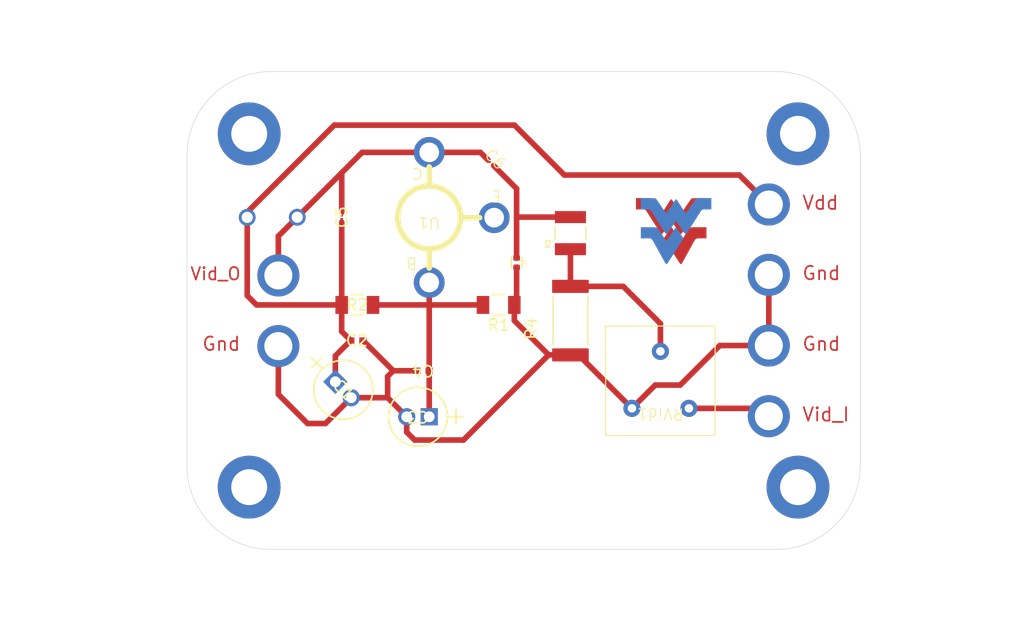
<source format=kicad_pcb>
(kicad_pcb (version 20240108) (generator "pcbnew") (generator_version "8.0")
  (layers (0 "F.Cu" signal) (31 "B.Cu" signal) (34 "B.Paste" user) (35 "F.Paste" user) (36 "B.SilkS" user "B.Silkscreen") (37 "F.SilkS" user "F.Silkscreen") (38 "B.Mask" user) (39 "F.Mask" user) (44 "Edge.Cuts" user))
  (net 0 "")
  (net 1 "Vdd")
  (net 2 "Gnd")
  (net 3 "Net-(U1-B)")
  (net 4 "Antenna_Out")
  (net 5 "Net-(U1-E)")
  (net 6 "Net-(R3-Pad1)")
  (net 7 "Video_In")
  (footprint "VideoTransmitter:10pF" (layer "F.Cu") (at 67.54 80.11 -90)
    (property "Reference" "C7" (at -0.038306 -0.758223 90) (layer "F.SilkS") (effects (font (size 0.241854 0.241854))))
    (property "Value" "10p")
    (fp_line (start -0.5 0.48) (end 0.5 0.48) (stroke (width 0.127)) (layer "F.SilkS"))
    (fp_line (start 0.5 -0.48) (end -0.5 -0.48) (stroke (width 0.127)) (layer "F.SilkS"))
    (pad "1" smd roundrect (at -0.43 0 270) (size 0.54 0.6) (layers "F.Cu" "F.Paste" "F.Mask") (roundrect_rratio 0.265) (net 5 "Net-(U1-E)"))
    (pad "2" smd roundrect (at 0.43 0 270) (size 0.54 0.6) (layers "F.Cu" "F.Paste" "F.Mask") (roundrect_rratio 0.265) (net 2 "Gnd"))
  )
  (footprint "VideoTransmitter:100µF" (layer "F.Cu") (at 59.75 93.85 180)
    (property "Reference" "C3" (at 1.0033 0 180) (layer "F.SilkS"))
    (property "Value" "100µ")
    (fp_line (start -2.3876 -0.635) (end -2.3876 0.635) (stroke (width 0.1524)) (layer "F.SilkS"))
    (fp_line (start -3.0226 0) (end -1.7526 0) (stroke (width 0.1524)) (layer "F.SilkS"))
    (fp_circle (center 1.0033 0) (end 3.6322 0) (stroke (width 0.1524)) (fill none) (layer "F.SilkS"))
    (pad "1" thru_hole rect (at 0 0 180) (size 1.524 1.524) (drill 0.9652) (layers "*.Cu" "*.Mask") (net 3 "Net-(U1-B)"))
    (pad "2" thru_hole circle (at 2.0066 0 180) (size 1.524 1.524) (drill 0.9652) (layers "*.Cu" "*.Mask") (net 2 "Gnd"))
  )
  (footprint "" (layer "F.Cu") (at 43.7 100.125 90)
    (property "Reference" "" (at 0 0 90) (layer "F.SilkS") (effects (font (size 1.27 1.27))))
    (property "Value" "")
    (pad "1" thru_hole circle (at 0 0 90) (size 5.6 5.6) (drill 3.2) (layers "*.Cu" "*.Mask"))
  )
  (footprint "VideoTransmitter:100µF" (layer "F.Cu") (at 51.38112 90.73112 -45)
    (property "Reference" "C1" (at 1.0033 0 -45) (layer "F.SilkS"))
    (property "Value" "100µ")
    (fp_line (start -3.0226 0) (end -1.7526 0) (stroke (width 0.1524)) (layer "F.SilkS"))
    (fp_line (start -2.3876 -0.635) (end -2.3876 0.635) (stroke (width 0.1524)) (layer "F.SilkS"))
    (fp_circle (center 1.0033 0) (end 3.6322 0) (stroke (width 0.1524)) (fill none) (layer "F.SilkS"))
    (pad "1" thru_hole rect (at 0 0 315) (size 1.524 1.524) (drill 0.9652) (layers "*.Cu" "*.Mask") (net 1 "Vdd"))
    (pad "2" thru_hole circle (at 2.006599 0 315) (size 1.524 1.524) (drill 0.9652) (layers "*.Cu" "*.Mask") (net 2 "Gnd"))
  )
  (footprint "PDB:Flying_WV_Logo" (layer "F.Cu") (at 81.541748 77.300757)
    (property "Reference" "G***" (hide yes))
    (property "Value" "LOGO" (hide yes))
    (fp_poly (pts (xy 2.926526 0.644274) (xy 2.512936 0.644274) (xy 2.373633 0.644548) (xy 2.267377 0.645697) (xy 2.188173 0.648213) (xy 2.130021 0.65259) (xy 2.086927 0.65932) (xy 2.052891 0.668895) (xy 2.021917 0.681807) (xy 2.01486 0.685173) (xy 1.995956 0.694138) (xy 1.979099 0.702897) (xy 1.962803 0.713905) (xy 1.945587 0.729615) (xy 1.925966 0.752482) (xy 1.902456 0.78496) (xy 1.873573 0.829504) (xy 1.837835 0.888568) (xy 1.793758 0.964605) (xy 1.739857 1.060071) (xy 1.674649 1.177419) (xy 1.596651 1.319104) (xy 1.504378 1.487579) (xy 1.396348 1.6853) (xy 1.271076 1.91472) (xy 1.266522 1.92306) (xy 1.169326 2.100511) (xy 1.076714 2.268573) (xy 0.990548 2.423939) (xy 0.912687 2.563302) (xy 0.844992 2.683355) (xy 0.789323 2.780793) (xy 0.74754 2.852307) (xy 0.721503 2.894591) (xy 0.714639 2.904113) (xy 0.678423 2.935542) (xy 0.649731 2.94804) (xy 0.619183 2.935792) (xy 0.579042 2.906111) (xy 0.576828 2.904113) (xy 0.557938 2.880069) (xy 0.520174 2.826004) (xy 0.4655 2.744918) (xy 0.395879 2.639811) (xy 0.313278 2.513682) (xy 0.219659 2.369531) (xy 0.116988 2.210359) (xy 0.007229 2.039164) (xy -0.107654 1.858948) (xy -0.110336 1.854728) (xy -0.22617 1.672486) (xy -0.337341 1.497587) (xy -0.44181 1.333243) (xy -0.537533 1.182664) (xy -0.62247 1.049063) (xy -0.694578 0.93565) (xy -0.751817 0.845638) (xy -0.792144 0.782236) (xy -0.813234 0.749104) (xy -0.877077 0.648938) (xy -0.546958 0.153654) (xy -0.464267 0.030168) (xy -0.388201 -0.082323) (xy -0.32152 -0.179824) (xy -0.266983 -0.258342) (xy -0.227351 -0.313881) (xy -0.205382 -0.342446) (xy -0.202151 -0.345427) (xy -0.18823 -0.33072) (xy -0.154884 -0.287172) (xy -0.104594 -0.218264) (xy -0.03984 -0.127479) (xy 0.036898 -0.0183) (xy 0.123138 0.105792) (xy 0.216402 0.241314) (xy 0.232291 0.264529) (xy 0.326465 0.401748) (xy 0.413942 0.528286) (xy 0.492249 0.640637) (xy 0.558912 0.735292) (xy 0.611459 0.808741) (xy 0.647415 0.857477) (xy 0.664307 0.87799) (xy 0.665083 0.878419) (xy 0.678249 0.862546) (xy 0.709585 0.81744) (xy 0.756556 0.746972) (xy 0.816625 0.655013) (xy 0.887257 0.545435) (xy 0.965915 0.42211) (xy 1.020055 0.336552) (xy 1.104289 0.203911) (xy 1.183779 0.080402) (xy 1.25568 -0.029679) (xy 1.317142 -0.122033) (xy 1.36532 -0.192364) (xy 1.397365 -0.236374) (xy 1.407514 -0.248219) (xy 1.437203 -0.274654) (xy 1.467184 -0.296148) (xy 1.501678 -0.313213) (xy 1.544903 -0.326357) (xy 1.601079 -0.336089) (xy 1.674423 -0.34292) (xy 1.769156 -0.347359) (xy 1.889496 -0.349915) (xy 2.039661 -0.351098) (xy 2.223872 -0.351417) (xy 2.262102 -0.351422) (xy 2.926526 -0.351422)) (fill solid) (layer "F.Cu"))
    (fp_poly (pts (xy 2.926526 -1.93282) (xy 2.54485 -1.93282) (xy 2.400853 -1.932081) (xy 2.291087 -1.929659) (xy 2.21076 -1.925252) (xy 2.15508 -1.918557) (xy 2.119255 -1.90927) (xy 2.110453 -1.905315) (xy 2.085313 -1.882214) (xy 2.043982 -1.830295) (xy 1.985819 -1.74862) (xy 1.910181 -1.636252) (xy 1.816429 -1.492253) (xy 1.70392 -1.315687) (xy 1.667264 -1.257578) (xy 1.564248 -1.093965) (xy 1.454891 -0.920321) (xy 1.344076 -0.744394) (xy 1.236683 -0.573933) (xy 1.137595 -0.416686) (xy 1.051692 -0.280401) (xy 1.011196 -0.216175) (xy 0.920062 -0.072843) (xy 0.846169 0.039873) (xy 0.7868 0.124916) (xy 0.739236 0.185229) (xy 0.700759 0.223757) (xy 0.66865 0.243444) (xy 0.640193 0.247232) (xy 0.612668 0.238065) (xy 0.59916 0.230041) (xy 0.576983 0.20692) (xy 0.535765 0.15552) (xy 0.478448 0.079834) (xy 0.407975 -0.016144) (xy 0.327287 -0.128423) (xy 0.239325 -0.25301) (xy 0.172276 -0.349342) (xy 0.082643 -0.478493) (xy 0 -0.596795) (xy -0.073035 -0.700562) (xy -0.133843 -0.786107) (xy -0.179809 -0.849742) (xy -0.208313 -0.887781) (xy -0.216748 -0.89731) (xy -0.229449 -0.881586) (xy -0.26112 -0.837004) (xy -0.309221 -0.767292) (xy -0.371212 -0.67618) (xy -0.444554 -0.567397) (xy -0.526705 -0.444673) (xy -0.597046 -0.338986) (xy -0.705261 -0.176574) (xy -0.794692 -0.044442) (xy -0.867798 0.059894) (xy -0.927038 0.138915) (xy -0.974872 0.195105) (xy -1.013759 0.230944) (xy -1.046159 0.248917) (xy -1.074531 0.251505) (xy -1.101335 0.241192) (xy -1.129031 0.220458) (xy -1.140829 0.209877) (xy -1.159771 0.185722) (xy -1.197556 0.131596) (xy -1.252186 0.05055) (xy -1.321664 -0.054368) (xy -1.403991 -0.180108) (xy -1.49717 -0.32362) (xy -1.599204 -0.481854) (xy -1.708094 -0.651761) (xy -1.809088 -0.810222) (xy -1.922005 -0.987746) (xy -2.029329 -1.156279) (xy -2.129118 -1.312787) (xy -2.21943 -1.454232) (xy -2.298326 -1.577581) (xy -2.363862 -1.679798) (xy -2.414099 -1.757847) (xy -2.447095 -1.808693) (xy -2.460436 -1.828675) (xy -2.487633 -1.862541) (xy -2.5171 -1.888183) (xy -2.554461 -1.906734) (xy -2.605337 -1.919325) (xy -2.67535 -1.927091) (xy -2.770122 -1.931162) (xy -2.895276 -1.932672) (xy -2.977447 -1.93282) (xy -3.360022 -1.93282) (xy -3.360022 -2.949554) (xy -2.717147 -2.943917) (xy -2.541386 -2.94228) (xy -2.400394 -2.940595) (xy -2.289894 -2.938576) (xy -2.205608 -2.935937) (xy -2.143259 -2.932394) (xy -2.09857 -2.927662) (xy -2.067263 -2.921455) (xy -2.045062 -2.913489) (xy -2.027689 -2.903479) (xy -2.019184 -2.897401) (xy -1.995891 -2.872528) (xy -1.953257 -2.819263) (xy -1.894071 -2.741388) (xy -1.821121 -2.642681) (xy -1.737196 -2.526924) (xy -1.645084 -2.397895) (xy -1.547574 -2.259374) (xy -1.531556 -2.236437) (xy -1.434917 -2.098096) (xy -1.344853 -1.969553) (xy -1.263898 -1.854396) (xy -1.194588 -1.756214) (xy -1.139455 -1.678594) (xy -1.101035 -1.625125) (xy -1.081862 -1.599395) (xy -1.080547 -1.59788) (xy -1.065172 -1.608865) (xy -1.030732 -1.651773) (xy -0.978287 -1.725068) (xy -0.908895 -1.827211) (xy -0.823616 -1.956664) (xy -0.723509 -2.111889) (xy -0.685822 -2.170989) (xy -0.597395 -2.309405) (xy -0.513972 -2.438819) (xy -0.438237 -2.555156) (xy -0.372873 -2.65434) (xy -0.320565 -2.732296) (xy -0.283996 -2.784948) (xy -0.266806 -2.807282) (xy -0.228945 -2.8354) (xy -0.196698 -2.841413) (xy -0.195993 -2.841159) (xy -0.179311 -2.822894) (xy -0.143866 -2.775517) (xy -0.092166 -2.70266) (xy -0.026717 -2.607958) (xy 0.049974 -2.495043) (xy 0.135399 -2.36755) (xy 0.227052 -2.22911) (xy 0.242053 -2.206299) (xy 0.33375 -2.067106) (xy 0.418803 -1.938711) (xy 0.494832 -1.824658) (xy 0.559455 -1.728487) (xy 0.610288 -1.653741) (xy 0.644951 -1.603961) (xy 0.661062 -1.582688) (xy 0.661807 -1.58216) (xy 0.674502 -1.597765) (xy 0.706576 -1.642329) (xy 0.755641 -1.712391) (xy 0.819307 -1.804493) (xy 0.895188 -1.915174) (xy 0.980895 -2.040976) (xy 1.07404 -2.178439) (xy 1.101797 -2.219538) (xy 1.198537 -2.361888) (xy 1.290446 -2.495234) (xy 1.374824 -2.615802) (xy 1.448974 -2.719814) (xy 1.510198 -2.803495) (xy 1.555795 -2.863068) (xy 1.583068 -2.894757) (xy 1.5864 -2.897656) (xy 1.602804 -2.908769) (xy 1.621946 -2.917704) (xy 1.648097 -2.924746) (xy 1.685531 -2.930176) (xy 1.738521 -2.934279) (xy 1.811338 -2.937339) (xy 1.908256 -2.939638) (xy 2.033546 -2.94146) (xy 2.191482 -2.943089) (xy 2.283651 -2.943917) (xy 2.926526 -2.949554)) (fill solid) (layer "F.Cu"))
  )
  (footprint "" (layer "F.Cu") (at 92.625 68.625 -90)
    (property "Reference" "" (at 0 0 -90) (layer "F.SilkS") (effects (font (size 1.27 1.27))))
    (property "Value" "")
    (pad "1" thru_hole circle (at 0 0 270) (size 5.6 5.6) (drill 3.2) (layers "*.Cu" "*.Mask"))
  )
  (footprint "VideoTransmitter:100Ohm" (layer "F.Cu") (at 72.34 85.28 90)
    (property "Reference" "R4" (at -0.715 -3.52 -90) (layer "F.SilkS"))
    (property "Value" "100")
    (fp_line (start -2.15 -1.55) (end 2.15 -1.55) (stroke (width 0.127)) (layer "F.SilkS"))
    (fp_line (start -2.15 1.55) (end 2.15 1.55) (stroke (width 0.127)) (layer "F.SilkS"))
    (pad "1" smd roundrect (at -3.055 0 90) (size 1.17 3.27) (layers "F.Cu" "F.Paste" "F.Mask") (roundrect_rratio 0.075) (net 2 "Gnd"))
    (pad "2" smd roundrect (at 3.055 0 90) (size 1.17 3.27) (layers "F.Cu" "F.Paste" "F.Mask") (roundrect_rratio 0.075) (net 6 "Net-(R3-Pad1)"))
  )
  (footprint "VideoTransmitter:470 Pot" (layer "F.Cu") (at 80.36 93.1 180)
    (property "Reference" "RVid1" (at 0 -0.5 180) (layer "F.SilkS") (effects (font (thickness 0.1))))
    (property "Value" "470")
    (fp_rect (start -4.88 -2.42) (end 4.88 7.34) (stroke (width 0.1)) (fill none) (layer "F.SilkS"))
    (pad "1" thru_hole circle (at -2.54 0 180) (size 1.524 1.524) (drill 0.762) (layers "*.Cu" "*.Mask") (net 7 "Video_In"))
    (pad "2" thru_hole circle (at 0 5.08 180) (size 1.524 1.524) (drill 0.762) (layers "*.Cu" "*.Mask") (net 6 "Net-(R3-Pad1)"))
    (pad "3" thru_hole circle (at 2.54 0 180) (size 1.524 1.524) (drill 0.762) (layers "*.Cu" "*.Mask") (net 2 "Gnd"))
  )
  (footprint "VideoTransmitter:2pF" (layer "F.Cu") (at 65.265147 71.240147 -45)
    (property "Reference" "C6" (at 0 -0.499999 -45) (layer "F.SilkS") (effects (font (thickness 0.1))))
    (property "Value" "2p")
    (pad "1" smd rect (at -0.12 0 315) (size 0.1 0.2) (layers "F.Cu" "F.Paste" "F.Mask") (net 4 "Antenna_Out"))
    (pad "2" smd rect (at 0.12 0 315) (size 0.1 0.2) (layers "F.Cu" "F.Paste" "F.Mask") (net 5 "Net-(U1-E)"))
  )
  (footprint "VideoTransmitter:470Ohm" (layer "F.Cu") (at 72.34 77.48 90)
    (property "Reference" "R3" (at -0.96 -1.98 -90) (layer "F.SilkS") (effects (font (size 0.393701 0.393701))))
    (property "Value" "470")
    (fp_line (start -0.57 -1.38) (end 0.57 -1.38) (stroke (width 0.127)) (layer "F.SilkS"))
    (fp_line (start -0.57 1.38) (end 0.57 1.38) (stroke (width 0.127)) (layer "F.SilkS"))
    (pad "1" smd rect (at -1.43 0 90) (size 1.07 2.77) (layers "F.Cu" "F.Paste" "F.Mask") (net 6 "Net-(R3-Pad1)"))
    (pad "2" smd rect (at 1.43 0 90) (size 1.07 2.77) (layers "F.Cu" "F.Paste" "F.Mask") (net 5 "Net-(U1-E)"))
  )
  (footprint "" (layer "F.Cu") (at 92.625 100.125 180)
    (property "Reference" "" (at 0 0 180) (layer "F.SilkS") (effects (font (size 1.27 1.27))))
    (property "Value" "")
    (pad "1" thru_hole circle (at 0 0 180) (size 5.6 5.6) (drill 3.2) (layers "*.Cu" "*.Mask"))
  )
  (footprint "VideoTransmitter:4.7kOhm" (layer "F.Cu") (at 53.343 83.88)
    (property "Reference" "R2" (at 0 0 0) (layer "F.SilkS"))
    (property "Value" "4.7k")
    (fp_line (start -0.53065 0.9271) (end 0.53065 0.9271) (stroke (width 0.1524)) (layer "F.SilkS"))
    (fp_line (start 0.53065 -0.9271) (end -0.53065 -0.9271) (stroke (width 0.1524)) (layer "F.SilkS"))
    (pad "1" smd rect (at -1.397 0) (size 1.1176 1.6002) (layers "F.Cu" "F.Paste" "F.Mask") (net 1 "Vdd"))
    (pad "2" smd rect (at 1.397 0) (size 1.1176 1.6002) (layers "F.Cu" "F.Paste" "F.Mask") (net 3 "Net-(U1-B)"))
  )
  (footprint "VideoTransmitter:4.7kOhm" (layer "F.Cu") (at 65.94 83.88)
    (property "Reference" "R1" (at 0 1.8 0) (layer "F.SilkS"))
    (property "Value" "4.7k")
    (fp_line (start -0.53065 0.9271) (end 0.53065 0.9271) (stroke (width 0.1524)) (layer "F.SilkS"))
    (fp_line (start 0.53065 -0.9271) (end -0.53065 -0.9271) (stroke (width 0.1524)) (layer "F.SilkS"))
    (pad "1" smd rect (at -1.397 0) (size 1.1176 1.6002) (layers "F.Cu" "F.Paste" "F.Mask") (net 3 "Net-(U1-B)"))
    (pad "2" smd rect (at 1.397 0) (size 1.1176 1.6002) (layers "F.Cu" "F.Paste" "F.Mask") (net 2 "Gnd"))
  )
  (footprint "VideoTransmitter:BFR91A NPN" (layer "F.Cu") (at 59.74 76.08 180)
    (property "Reference" "U1" (at 0 -0.5 180) (layer "F.SilkS") (effects (font (thickness 0.1))))
    (property "Value" "~")
    (fp_line (start -0.01 2.8) (end -0.01 4.5) (stroke (width 0.5)) (layer "F.SilkS"))
    (fp_line (start -0.01 -2.8) (end -0.01 -4.5) (stroke (width 0.5)) (layer "F.SilkS"))
    (fp_line (start -2.8 -0.02) (end -4.5 -0.02) (stroke (width 0.5)) (layer "F.SilkS"))
    (fp_circle (center 0 0) (end 2.8 0) (stroke (width 0.5)) (fill none) (layer "F.SilkS"))
    (fp_text user "E" (at -6.5 2.5 180) (layer "F.SilkS") (effects (font (thickness 0.1)) (justify left bottom)))
    (fp_text user "C" (at 0.49 4.5 180) (layer "F.SilkS") (effects (font (thickness 0.1)) (justify left bottom)))
    (fp_text user "B" (at 0.99 -3.5 180) (layer "F.SilkS") (effects (font (thickness 0.1)) (justify left bottom)))
    (pad "1" thru_hole circle (at -0.01 5.8 180) (size 2.75 2.75) (drill 1.75) (layers "*.Cu" "*.Mask") (net 4 "Antenna_Out"))
    (pad "2" thru_hole circle (at -5.8 -0.02 180) (size 2.75 2.75) (drill 1.75) (layers "*.Cu" "*.Mask") (net 5 "Net-(U1-E)"))
    (pad "3" thru_hole circle (at -0.01 -5.8 180) (size 2.75 2.75) (drill 1.75) (layers "*.Cu" "*.Mask") (net 3 "Net-(U1-B)"))
  )
  (footprint "" (layer "F.Cu") (at 43.703301 68.628301)
    (property "Reference" "" (at 0 0 0) (layer "F.SilkS") (effects (font (size 1.27 1.27))))
    (property "Value" "")
    (pad "1" thru_hole circle (at 0 0) (size 5.6 5.6) (drill 3.2) (layers "*.Cu" "*.Mask"))
  )
  (footprint "VideoTransmitter:3.3pF" (layer "F.Cu") (at 51.95 76.0587 90)
    (property "Reference" "C5" (at 0 0 90) (layer "F.SilkS"))
    (property "Value" "3.3p")
    (pad "1" smd rect (at -0.2413 0 90) (size 0.3556 0.2286) (layers "F.Cu" "F.Paste" "F.Mask") (net 1 "Vdd"))
    (pad "2" smd rect (at 0.2413 0 90) (size 0.3556 0.2286) (layers "F.Cu" "F.Paste" "F.Mask") (net 4 "Antenna_Out"))
  )
  (footprint "VideoTransmitter:0.1uF" (layer "F.Cu") (at 59.2039 89.75 180)
    (property "Reference" "C4" (at 0 0 180) (layer "F.SilkS"))
    (property "Value" "100n")
    (pad "1" smd rect (at -0.5461 0 180) (size 0.6604 0.5588) (layers "F.Cu" "F.Paste" "F.Mask") (net 3 "Net-(U1-B)"))
    (pad "2" smd rect (at 0.5461 0 180) (size 0.6604 0.5588) (layers "F.Cu" "F.Paste" "F.Mask") (net 2 "Gnd"))
  )
  (footprint "VideoTransmitter:0.1uF" (layer "F.Cu") (at 53.3 87.05)
    (property "Reference" "C2" (at 0 0 0) (layer "F.SilkS"))
    (property "Value" "100n")
    (pad "1" smd rect (at -0.5461 0) (size 0.6604 0.5588) (layers "F.Cu" "F.Paste" "F.Mask") (net 1 "Vdd"))
    (pad "2" smd rect (at 0.5461 0) (size 0.6604 0.5588) (layers "F.Cu" "F.Paste" "F.Mask") (net 2 "Gnd"))
  )
  (footprint "PDB:Flying_WV_Logo" (layer "B.Cu") (at 81.541748 77.300757 180)
    (property "Reference" "G***" (hide yes))
    (property "Value" "LOGO" (hide yes))
    (fp_poly (pts (xy 2.926526 -0.644274) (xy 2.512936 -0.644274) (xy 2.373633 -0.644548) (xy 2.267377 -0.645697) (xy 2.188173 -0.648213) (xy 2.130021 -0.65259) (xy 2.086927 -0.65932) (xy 2.052891 -0.668895) (xy 2.021917 -0.681807) (xy 2.01486 -0.685173) (xy 1.995956 -0.694138) (xy 1.979099 -0.702897) (xy 1.962803 -0.713905) (xy 1.945587 -0.729615) (xy 1.925966 -0.752482) (xy 1.902456 -0.78496) (xy 1.873573 -0.829504) (xy 1.837835 -0.888568) (xy 1.793758 -0.964605) (xy 1.739857 -1.060071) (xy 1.674649 -1.177419) (xy 1.596651 -1.319104) (xy 1.504378 -1.487579) (xy 1.396348 -1.6853) (xy 1.271076 -1.91472) (xy 1.266522 -1.92306) (xy 1.169326 -2.100511) (xy 1.076714 -2.268573) (xy 0.990548 -2.423939) (xy 0.912687 -2.563302) (xy 0.844992 -2.683355) (xy 0.789323 -2.780793) (xy 0.74754 -2.852307) (xy 0.721503 -2.894591) (xy 0.714639 -2.904113) (xy 0.678423 -2.935542) (xy 0.649731 -2.94804) (xy 0.619183 -2.935792) (xy 0.579042 -2.906111) (xy 0.576828 -2.904113) (xy 0.557938 -2.880069) (xy 0.520174 -2.826004) (xy 0.4655 -2.744918) (xy 0.395879 -2.639811) (xy 0.313278 -2.513682) (xy 0.219659 -2.369531) (xy 0.116988 -2.210359) (xy 0.007229 -2.039164) (xy -0.107654 -1.858948) (xy -0.110336 -1.854728) (xy -0.22617 -1.672486) (xy -0.337341 -1.497587) (xy -0.44181 -1.333243) (xy -0.537533 -1.182664) (xy -0.62247 -1.049063) (xy -0.694578 -0.93565) (xy -0.751817 -0.845638) (xy -0.792144 -0.782236) (xy -0.813234 -0.749104) (xy -0.877077 -0.648938) (xy -0.546958 -0.153654) (xy -0.464267 -0.030168) (xy -0.388201 0.082323) (xy -0.32152 0.179824) (xy -0.266983 0.258342) (xy -0.227351 0.313881) (xy -0.205382 0.342446) (xy -0.202151 0.345427) (xy -0.18823 0.33072) (xy -0.154884 0.287172) (xy -0.104594 0.218264) (xy -0.03984 0.127479) (xy 0.036898 0.0183) (xy 0.123138 -0.105792) (xy 0.216402 -0.241314) (xy 0.232291 -0.264529) (xy 0.326465 -0.401748) (xy 0.413942 -0.528286) (xy 0.492249 -0.640637) (xy 0.558912 -0.735292) (xy 0.611459 -0.808741) (xy 0.647415 -0.857477) (xy 0.664307 -0.87799) (xy 0.665083 -0.878419) (xy 0.678249 -0.862546) (xy 0.709585 -0.81744) (xy 0.756556 -0.746972) (xy 0.816625 -0.655013) (xy 0.887257 -0.545435) (xy 0.965915 -0.42211) (xy 1.020055 -0.336552) (xy 1.104289 -0.203911) (xy 1.183779 -0.080402) (xy 1.25568 0.029679) (xy 1.317142 0.122033) (xy 1.36532 0.192364) (xy 1.397365 0.236374) (xy 1.407514 0.248219) (xy 1.437203 0.274654) (xy 1.467184 0.296148) (xy 1.501678 0.313213) (xy 1.544903 0.326357) (xy 1.601079 0.336089) (xy 1.674423 0.34292) (xy 1.769156 0.347359) (xy 1.889496 0.349915) (xy 2.039661 0.351098) (xy 2.223872 0.351417) (xy 2.262102 0.351422) (xy 2.926526 0.351422)) (fill solid) (layer "B.Cu"))
    (fp_poly (pts (xy 2.926526 1.93282) (xy 2.54485 1.93282) (xy 2.400853 1.932081) (xy 2.291087 1.929659) (xy 2.21076 1.925252) (xy 2.15508 1.918557) (xy 2.119255 1.90927) (xy 2.110453 1.905315) (xy 2.085313 1.882214) (xy 2.043982 1.830295) (xy 1.985819 1.74862) (xy 1.910181 1.636252) (xy 1.816429 1.492253) (xy 1.70392 1.315687) (xy 1.667264 1.257578) (xy 1.564248 1.093965) (xy 1.454891 0.920321) (xy 1.344076 0.744394) (xy 1.236683 0.573933) (xy 1.137595 0.416686) (xy 1.051692 0.280401) (xy 1.011196 0.216175) (xy 0.920062 0.072843) (xy 0.846169 -0.039873) (xy 0.7868 -0.124916) (xy 0.739236 -0.185229) (xy 0.700759 -0.223757) (xy 0.66865 -0.243444) (xy 0.640193 -0.247232) (xy 0.612668 -0.238065) (xy 0.59916 -0.230041) (xy 0.576983 -0.20692) (xy 0.535765 -0.15552) (xy 0.478448 -0.079834) (xy 0.407975 0.016144) (xy 0.327287 0.128423) (xy 0.239325 0.25301) (xy 0.172276 0.349342) (xy 0.082643 0.478493) (xy 0 0.596795) (xy -0.073035 0.700562) (xy -0.133843 0.786107) (xy -0.179809 0.849742) (xy -0.208313 0.887781) (xy -0.216748 0.89731) (xy -0.229449 0.881586) (xy -0.26112 0.837004) (xy -0.309221 0.767292) (xy -0.371212 0.67618) (xy -0.444554 0.567397) (xy -0.526705 0.444673) (xy -0.597046 0.338986) (xy -0.705261 0.176574) (xy -0.794692 0.044442) (xy -0.867798 -0.059894) (xy -0.927038 -0.138915) (xy -0.974872 -0.195105) (xy -1.013759 -0.230944) (xy -1.046159 -0.248917) (xy -1.074531 -0.251505) (xy -1.101335 -0.241192) (xy -1.129031 -0.220458) (xy -1.140829 -0.209877) (xy -1.159771 -0.185722) (xy -1.197556 -0.131596) (xy -1.252186 -0.05055) (xy -1.321664 0.054368) (xy -1.403991 0.180108) (xy -1.49717 0.32362) (xy -1.599204 0.481854) (xy -1.708094 0.651761) (xy -1.809088 0.810222) (xy -1.922005 0.987746) (xy -2.029329 1.156279) (xy -2.129118 1.312787) (xy -2.21943 1.454232) (xy -2.298326 1.577581) (xy -2.363862 1.679798) (xy -2.414099 1.757847) (xy -2.447095 1.808693) (xy -2.460436 1.828675) (xy -2.487633 1.862541) (xy -2.5171 1.888183) (xy -2.554461 1.906734) (xy -2.605337 1.919325) (xy -2.67535 1.927091) (xy -2.770122 1.931162) (xy -2.895276 1.932672) (xy -2.977447 1.93282) (xy -3.360022 1.93282) (xy -3.360022 2.949554) (xy -2.717147 2.943917) (xy -2.541386 2.94228) (xy -2.400394 2.940595) (xy -2.289894 2.938576) (xy -2.205608 2.935937) (xy -2.143259 2.932394) (xy -2.09857 2.927662) (xy -2.067263 2.921455) (xy -2.045062 2.913489) (xy -2.027689 2.903479) (xy -2.019184 2.897401) (xy -1.995891 2.872528) (xy -1.953257 2.819263) (xy -1.894071 2.741388) (xy -1.821121 2.642681) (xy -1.737196 2.526924) (xy -1.645084 2.397895) (xy -1.547574 2.259374) (xy -1.531556 2.236437) (xy -1.434917 2.098096) (xy -1.344853 1.969553) (xy -1.263898 1.854396) (xy -1.194588 1.756214) (xy -1.139455 1.678594) (xy -1.101035 1.625125) (xy -1.081862 1.599395) (xy -1.080547 1.59788) (xy -1.065172 1.608865) (xy -1.030732 1.651773) (xy -0.978287 1.725068) (xy -0.908895 1.827211) (xy -0.823616 1.956664) (xy -0.723509 2.111889) (xy -0.685822 2.170989) (xy -0.597395 2.309405) (xy -0.513972 2.438819) (xy -0.438237 2.555156) (xy -0.372873 2.65434) (xy -0.320565 2.732296) (xy -0.283996 2.784948) (xy -0.266806 2.807282) (xy -0.228945 2.8354) (xy -0.196698 2.841413) (xy -0.195993 2.841159) (xy -0.179311 2.822894) (xy -0.143866 2.775517) (xy -0.092166 2.70266) (xy -0.026717 2.607958) (xy 0.049974 2.495043) (xy 0.135399 2.36755) (xy 0.227052 2.22911) (xy 0.242053 2.206299) (xy 0.33375 2.067106) (xy 0.418803 1.938711) (xy 0.494832 1.824658) (xy 0.559455 1.728487) (xy 0.610288 1.653741) (xy 0.644951 1.603961) (xy 0.661062 1.582688) (xy 0.661807 1.58216) (xy 0.674502 1.597765) (xy 0.706576 1.642329) (xy 0.755641 1.712391) (xy 0.819307 1.804493) (xy 0.895188 1.915174) (xy 0.980895 2.040976) (xy 1.07404 2.178439) (xy 1.101797 2.219538) (xy 1.198537 2.361888) (xy 1.290446 2.495234) (xy 1.374824 2.615802) (xy 1.448974 2.719814) (xy 1.510198 2.803495) (xy 1.555795 2.863068) (xy 1.583068 2.894757) (xy 1.5864 2.897656) (xy 1.602804 2.908769) (xy 1.621946 2.917704) (xy 1.648097 2.924746) (xy 1.685531 2.930176) (xy 1.738521 2.934279) (xy 1.811338 2.937339) (xy 1.908256 2.939638) (xy 2.033546 2.94146) (xy 2.191482 2.943089) (xy 2.283651 2.943917) (xy 2.926526 2.949554)) (fill solid) (layer "B.Cu"))
  )
  (gr_arc (start 45.65 105.675) (mid 40.346699 103.478301) (end 38.15 98.175) (stroke (width 0.05)) (layer "Edge.Cuts"))
  (gr_arc (start 90.675 63.075) (mid 95.978301 65.271699) (end 98.175 70.575) (stroke (width 0.05)) (layer "Edge.Cuts"))
  (gr_line (start 38.153301 70.578301) (end 38.153301 98.175) (stroke (width 0.05)) (layer "Edge.Cuts"))
  (gr_arc (start 98.175 98.175) (mid 95.978301 103.478301) (end 90.675 105.675) (stroke (width 0.05)) (layer "Edge.Cuts"))
  (gr_line (start 98.175 98.175) (end 98.175 70.575) (stroke (width 0.05)) (layer "Edge.Cuts"))
  (gr_arc (start 38.153301 70.578301) (mid 40.35 65.275) (end 45.653301 63.078301) (stroke (width 0.05)) (layer "Edge.Cuts"))
  (gr_line (start 90.675 63.075) (end 45.653301 63.075) (stroke (width 0.05)) (layer "Edge.Cuts"))
  (gr_line (start 90.675 105.675) (end 45.65 105.675) (stroke (width 0.05)) (layer "Edge.Cuts"))
  (gr_text "Vdd\n" (at 92.925 75.475 0) (layer "F.Cu") (effects (font (size 1.2 1.2)) (justify left bottom)))
  (gr_text "Vid_O\n" (at 43.025 81.75 0) (layer "F.Cu") (effects (font (size 1.1 1.1)) (justify right bottom)))
  (gr_text "Gnd\n" (at 92.925 88.05 0) (layer "F.Cu") (effects (font (size 1.2 1.2)) (justify left bottom)))
  (gr_text "Vid_I" (at 92.925 94.35 0) (layer "F.Cu") (effects (font (size 1.2 1.2)) (justify left bottom)))
  (gr_text "Gnd" (at 92.925 81.75 0) (layer "F.Cu") (effects (font (size 1.2 1.2)) (justify left bottom)))
  (gr_text "Gnd\n" (at 43 88.05 0) (layer "F.Cu") (effects (font (size 1.2 1.2)) (justify right bottom)))
  (segment (start 43.525 76.075) (end 43.525 75.6125) (width 0.2) (layer "F.Cu") (net 1))
  (segment (start 51.95 77.725) (end 51.95 83.876) (width 0.5) (layer "F.Cu") (net 1))
  (segment (start 43.525 76.075) (end 43.525 83.05) (width 0.5) (layer "F.Cu") (net 1))
  (segment (start 44.355 83.88) (end 51.946 83.88) (width 0.5) (layer "F.Cu") (net 1))
  (segment (start 51.38112 90.73112) (end 51.38112 88.42278) (width 0.5) (layer "F.Cu") (net 1))
  (segment (start 71.8 72.3) (end 87.4 72.3) (width 0.5) (layer "F.Cu") (net 1))
  (segment (start 51.2875 67.85) (end 67.35 67.85) (width 0.5) (layer "F.Cu") (net 1))
  (segment (start 51.9939 83.9279) (end 51.946 83.88) (width 0.2) (layer "F.Cu") (net 1))
  (segment (start 43.525 75.6125) (end 51.2875 67.85) (width 0.5) (layer "F.Cu") (net 1))
  (segment (start 52.7539 87.05) (end 51.946 86.2421) (width 0.5) (layer "F.Cu") (net 1))
  (segment (start 51.95 77.725) (end 51.95 76.5) (width 0.5) (layer "F.Cu") (net 1))
  (segment (start 67.35 67.85) (end 71.8 72.3) (width 0.5) (layer "F.Cu") (net 1))
  (segment (start 43.525 83.05) (end 44.355 83.88) (width 0.5) (layer "F.Cu") (net 1))
  (segment (start 51.95 83.876) (end 51.946 83.88) (width 0.2) (layer "F.Cu") (net 1))
  (segment (start 51.38112 88.42278) (end 52.7539 87.05) (width 0.5) (layer "F.Cu") (net 1))
  (segment (start 87.4 72.3) (end 90.025 74.925) (width 0.5) (layer "F.Cu") (net 1))
  (segment (start 51.946 86.2421) (end 51.946 83.88) (width 0.5) (layer "F.Cu") (net 1))
  (via (at 90.025 74.925) (size 3.75) (drill 2.5) (layers "F.Cu" "B.Cu") (net 1))
  (via (at 43.525 76.075) (size 1.5) (drill 1) (layers "F.Cu" "B.Cu") (net 1))
  (segment (start 90.025 87.5) (end 85.65 87.5) (width 0.5) (layer "F.Cu") (net 2))
  (segment (start 48.9 94.45) (end 50.5 94.45) (width 0.5) (layer "F.Cu") (net 2))
  (segment (start 70.395 88.335) (end 72.34 88.335) (width 0.5) (layer "F.Cu") (net 2))
  (segment (start 57.7434 93.85) (end 57.7434 95.2184) (width 0.5) (layer "F.Cu") (net 2))
  (segment (start 56.5461 89.75) (end 53.8461 87.05) (width 0.5) (layer "F.Cu") (net 2))
  (segment (start 57.7434 95.2184) (end 58.45 95.925) (width 0.5) (layer "F.Cu") (net 2))
  (segment (start 73.055 88.335) (end 72.34 88.335) (width 0.5) (layer "F.Cu") (net 2))
  (segment (start 56.0434 92.15) (end 56.0434 90.2527) (width 0.5) (layer "F.Cu") (net 2))
  (segment (start 56.0434 92.15) (end 57.7434 93.85) (width 0.5) (layer "F.Cu") (net 2))
  (segment (start 58.45 95.925) (end 62.805 95.925) (width 0.5) (layer "F.Cu") (net 2))
  (segment (start 67.337 85.277) (end 70.395 88.335) (width 0.5) (layer "F.Cu") (net 2))
  (segment (start 56.0434 90.2527) (end 56.5461 89.75) (width 0.5) (layer "F.Cu") (net 2))
  (segment (start 85.65 87.5) (end 82.125 91.025) (width 0.5) (layer "F.Cu") (net 2))
  (segment (start 46.3 91.85) (end 48.9 94.45) (width 0.5) (layer "F.Cu") (net 2))
  (segment (start 46.3 87.55) (end 46.3 91.85) (width 0.5) (layer "F.Cu") (net 2))
  (segment (start 77.82 93.1) (end 73.055 88.335) (width 0.5) (layer "F.Cu") (net 2))
  (segment (start 67.337 83.88) (end 67.337 85.277) (width 0.5) (layer "F.Cu") (net 2))
  (segment (start 67.54 83.677) (end 67.337 83.88) (width 0.5) (layer "F.Cu") (net 2))
  (segment (start 82.125 91.025) (end 79.895 91.025) (width 0.5) (layer "F.Cu") (net 2))
  (segment (start 67.54 80.54) (end 67.54 83.677) (width 0.5) (layer "F.Cu") (net 2))
  (segment (start 79.895 91.025) (end 77.82 93.1) (width 0.5) (layer "F.Cu") (net 2))
  (segment (start 58.6578 89.75) (end 56.5461 89.75) (width 0.5) (layer "F.Cu") (net 2))
  (segment (start 90.025 87.5) (end 90.025 81.2) (width 0.5) (layer "F.Cu") (net 2))
  (segment (start 50.5 94.45) (end 52.8 92.15) (width 0.5) (layer "F.Cu") (net 2))
  (segment (start 52.8 92.15) (end 56.0434 92.15) (width 0.5) (layer "F.Cu") (net 2))
  (segment (start 62.805 95.925) (end 70.395 88.335) (width 0.5) (layer "F.Cu") (net 2))
  (via (at 90.025 87.5) (size 3.75) (drill 2.5) (layers "F.Cu" "B.Cu") (net 2))
  (via (at 46.3 87.55) (size 3.75) (drill 2.5) (layers "F.Cu" "B.Cu") (net 2))
  (via (at 90.025 81.2) (size 3.75) (drill 2.5) (layers "F.Cu" "B.Cu") (net 2))
  (segment (start 54.74 83.88) (end 59.74 83.88) (width 0.5) (layer "F.Cu") (net 3))
  (segment (start 59.74 83.88) (end 59.75 83.87) (width 0.2) (layer "F.Cu") (net 3))
  (segment (start 59.75 83.89) (end 59.74 83.88) (width 0.2) (layer "F.Cu") (net 3))
  (segment (start 59.75 83.87) (end 59.75 81.88) (width 0.5) (layer "F.Cu") (net 3))
  (segment (start 64.543 83.88) (end 59.74 83.88) (width 0.5) (layer "F.Cu") (net 3))
  (segment (start 59.75 93.85) (end 59.75 89.75) (width 0.5) (layer "F.Cu") (net 3))
  (segment (start 59.75 89.75) (end 59.75 83.89) (width 0.5) (layer "F.Cu") (net 3))
  (segment (start 59.75 70.28) (end 53.77 70.28) (width 0.5) (layer "F.Cu") (net 4))
  (segment (start 64.632892 70.607892) (end 64.305 70.28) (width 0.5) (layer "F.Cu") (net 4))
  (segment (start 53.77 70.28) (end 51.95 72.1) (width 0.5) (layer "F.Cu") (net 4))
  (segment (start 64.305 70.28) (end 59.75 70.28) (width 0.5) (layer "F.Cu") (net 4))
  (segment (start 46.3 77.75) (end 51.95 72.1) (width 0.5) (layer "F.Cu") (net 4))
  (segment (start 64.632892 70.607892) (end 64.996446 70.971446) (width 0.5) (layer "F.Cu") (net 4))
  (segment (start 46.3 81.25) (end 46.3 77.75) (width 0.5) (layer "F.Cu") (net 4))
  (segment (start 51.95 72.1) (end 51.95 75.625) (width 0.5) (layer "F.Cu") (net 4))
  (via (at 46.3 81.25) (size 3.75) (drill 2.5) (layers "F.Cu" "B.Cu") (net 4))
  (via (at 47.9875 76.0625) (size 1.5) (drill 1) (layers "F.Cu" "B.Cu") (net 4))
  (segment (start 67.57 76.05) (end 67.54 76.08) (width 0.2) (layer "F.Cu") (net 5))
  (segment (start 67.54 76.08) (end 67.54 73.515) (width 0.5) (layer "F.Cu") (net 5))
  (segment (start 67.54 73.515) (end 65.5 71.475) (width 0.5) (layer "F.Cu") (net 5))
  (segment (start 67.54 76.08) (end 67.54 79.68) (width 0.5) (layer "F.Cu") (net 5))
  (segment (start 72.34 76.05) (end 67.57 76.05) (width 0.5) (layer "F.Cu") (net 5))
  (segment (start 72.34 82.225) (end 77.04 82.225) (width 0.5) (layer "F.Cu") (net 6))
  (segment (start 80.36 88.02) (end 80.36 85.545) (width 0.5) (layer "F.Cu") (net 6))
  (segment (start 80.36 85.545) (end 77.04 82.225) (width 0.5) (layer "F.Cu") (net 6))
  (segment (start 72.34 82.225) (end 72.34 78.91) (width 0.5) (layer "F.Cu") (net 6))
  (segment (start 90.025 93.8) (end 89.325 93.1) (width 0.5) (layer "F.Cu") (net 7))
  (segment (start 89.325 93.1) (end 82.9 93.1) (width 0.5) (layer "F.Cu") (net 7))
  (via (at 90.025 93.8) (size 3.75) (drill 2.5) (layers "F.Cu" "B.Cu") (net 7))
)
</source>
